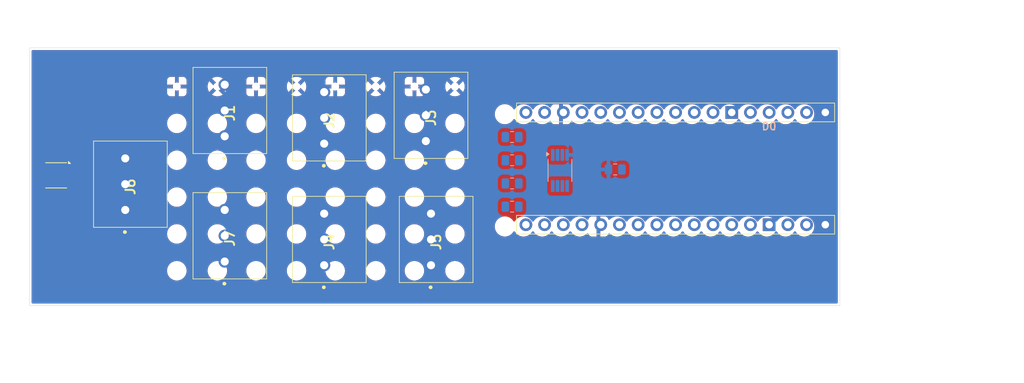
<source format=kicad_pcb>
(kicad_pcb (version 20241229) (generator "pcbnew") (generator_version "9.0")
  (title_block (title "SonTinh") (date "2025-03-25") (rev "1") (comment 4 "AISLER Project ID: URWGGPDU"))
  (layers (0 "F.Cu" signal) (2 "B.Cu" signal) (13 "F.Paste" user) (15 "B.Paste" user) (5 "F.SilkS" user "F.Silkscreen") (7 "B.SilkS" user "B.Silkscreen") (1 "F.Mask" user) (3 "B.Mask" user) (25 "Edge.Cuts" user))
  (net 0 "")
  (net 1 "/D0")
  (net 2 "/A0")
  (net 4 "/MOSI")
  (net 7 "/D7")
  (net 11 "/D1")
  (net 12 "GND")
  (net 14 "/SDA_5V")
  (net 16 "/MISO")
  (net 17 "/A1")
  (net 18 "/SS")
  (net 19 "/SCK")
  (net 21 "+5V")
  (net 29 "/SCL_5V")
  (net 30 "+3V3")
  (net 31 "/SCL_3V3")
  (net 33 "/SDA_3V3")
  (net 34 "+12V")
  (footprint "footprints:1752117" (layer "F.Cu") (at 80.8379 70.991 90)
    (property "Reference" "J4" (at 3.15 0.7 90) (layer "F.SilkS") (effects (font (size 1.27 1.27) (thickness 0.254))))
    (property "Value" "1752117" (hide yes))
    (fp_line (start 9.35 -4.3) (end 9.35 5.7) (stroke (width 0.1)) (layer "F.SilkS"))
    (fp_line (start -2.35 -4.3) (end 9.35 -4.3) (stroke (width 0.1)) (layer "F.SilkS"))
    (fp_line (start -3 -0.1) (end -3 -0.1) (stroke (width 0.4)) (layer "F.SilkS"))
    (fp_line (start -3 0) (end -3 0) (stroke (width 0.4)) (layer "F.SilkS"))
    (fp_line (start 9.35 5.7) (end -2.35 5.7) (stroke (width 0.1)) (layer "F.SilkS"))
    (fp_line (start -2.35 5.7) (end -2.35 -4.3) (stroke (width 0.1)) (layer "F.SilkS"))
    (fp_arc (start -3 -0.1) (mid -2.95 -0.05) (end -3 0) (stroke (width 0.4)) (layer "F.SilkS"))
    (fp_arc (start -3 0) (mid -3.05 -0.05) (end -3 -0.1) (stroke (width 0.4)) (layer "F.SilkS"))
    (pad "1" thru_hole circle (at 0 0 90) (size 1.65 1.65) (drill 1.1) (layers "*.Cu" "*.Mask"))
    (pad "2" thru_hole circle (at 3.5 0 90) (size 1.65 1.65) (drill 1.1) (layers "*.Cu" "*.Mask"))
    (pad "3" thru_hole circle (at 7 0 90) (size 1.65 1.65) (drill 1.1) (layers "*.Cu" "*.Mask"))
  )
  (footprint "footprints:1752117" (layer "F.Cu") (at 67.3379 53.491 90)
    (property "Reference" "J1" (at 3.15 0.7 90) (layer "F.SilkS") (effects (font (size 1.27 1.27) (thickness 0.254))))
    (property "Value" "1752117" (hide yes))
    (fp_line (start 9.35 -4.3) (end 9.35 5.7) (stroke (width 0.1)) (layer "F.SilkS"))
    (fp_line (start -2.35 -4.3) (end 9.35 -4.3) (stroke (width 0.1)) (layer "F.SilkS"))
    (fp_line (start -3 -0.1) (end -3 -0.1) (stroke (width 0.4)) (layer "F.SilkS"))
    (fp_line (start -3 0) (end -3 0) (stroke (width 0.4)) (layer "F.SilkS"))
    (fp_line (start 9.35 5.7) (end -2.35 5.7) (stroke (width 0.1)) (layer "F.SilkS"))
    (fp_line (start -2.35 5.7) (end -2.35 -4.3) (stroke (width 0.1)) (layer "F.SilkS"))
    (fp_arc (start -3 -0.1) (mid -2.95 -0.05) (end -3 0) (stroke (width 0.4)) (layer "F.SilkS"))
    (fp_arc (start -3 0) (mid -3.05 -0.05) (end -3 -0.1) (stroke (width 0.4)) (layer "F.SilkS"))
    (pad "1" thru_hole circle (at 0 0 90) (size 1.65 1.65) (drill 1.1) (layers "*.Cu" "*.Mask"))
    (pad "2" thru_hole circle (at 3.5 0 90) (size 1.65 1.65) (drill 1.1) (layers "*.Cu" "*.Mask"))
    (pad "3" thru_hole circle (at 7 0 90) (size 1.65 1.65) (drill 1.1) (layers "*.Cu" "*.Mask"))
  )
  (footprint "footprints:1752117" (layer "F.Cu") (at 80.8379 54.491 90)
    (property "Reference" "J2" (at 3.15 0.7 90) (layer "F.SilkS") (effects (font (size 1.27 1.27) (thickness 0.254))))
    (property "Value" "1752117" (hide yes))
    (fp_line (start 9.35 -4.3) (end 9.35 5.7) (stroke (width 0.1)) (layer "F.SilkS"))
    (fp_line (start -2.35 -4.3) (end 9.35 -4.3) (stroke (width 0.1)) (layer "F.SilkS"))
    (fp_line (start -3 -0.1) (end -3 -0.1) (stroke (width 0.4)) (layer "F.SilkS"))
    (fp_line (start -3 0) (end -3 0) (stroke (width 0.4)) (layer "F.SilkS"))
    (fp_line (start 9.35 5.7) (end -2.35 5.7) (stroke (width 0.1)) (layer "F.SilkS"))
    (fp_line (start -2.35 5.7) (end -2.35 -4.3) (stroke (width 0.1)) (layer "F.SilkS"))
    (fp_arc (start -3 -0.1) (mid -2.95 -0.05) (end -3 0) (stroke (width 0.4)) (layer "F.SilkS"))
    (fp_arc (start -3 0) (mid -3.05 -0.05) (end -3 -0.1) (stroke (width 0.4)) (layer "F.SilkS"))
    (pad "1" thru_hole circle (at 0 0 90) (size 1.65 1.65) (drill 1.1) (layers "*.Cu" "*.Mask"))
    (pad "2" thru_hole circle (at 3.5 0 90) (size 1.65 1.65) (drill 1.1) (layers "*.Cu" "*.Mask"))
    (pad "3" thru_hole circle (at 7 0 90) (size 1.65 1.65) (drill 1.1) (layers "*.Cu" "*.Mask"))
  )
  (footprint "footprints:Arduino_Micro_Socket" (layer "F.Cu") (at 104.2979 66.871)
    (property "Reference" "A1" (hide yes))
    (property "Value" "Arduino_Micro_Socket")
    (fp_rect (start 2.65 -17.89) (end 45.83 -15.35) (stroke (width 0.1)) (fill no) (layer "F.SilkS"))
    (fp_rect (start 2.65 -2.65) (end 45.83 -0.11) (stroke (width 0.1)) (fill no) (layer "F.SilkS"))
    (fp_text user "D0" (at 36.94 -14.715 0) (layer "F.SilkS"))
    (fp_text user "D0" (at 36.94 -14.715 0) (layer "B.SilkS") (effects (justify mirror)))
    (pad "" thru_hole oval (at 26.78 -1.38) (size 1.7272 1.7272) (drill 1.016) (layers "*.Cu" "*.Mask"))
    (pad "" thru_hole oval (at 29.32 -1.38) (size 1.7272 1.7272) (drill 1.016) (layers "*.Cu" "*.Mask"))
    (pad "3V3" thru_hole oval (at 6.46 -1.38) (size 1.7272 1.7272) (drill 1.016) (layers "*.Cu" "*.Mask") (net 30 "+3V3"))
    (pad "5V" thru_hole oval (at 31.86 -1.38) (size 1.7272 1.7272) (drill 1.016) (layers "*.Cu" "*.Mask") (net 21 "+5V"))
    (pad "A0" thru_hole oval (at 11.54 -1.38) (size 1.7272 1.7272) (drill 1.016) (layers "*.Cu" "*.Mask") (net 2 "/A0"))
    (pad "A1" thru_hole oval (at 14.08 -1.38) (size 1.7272 1.7272) (drill 1.016) (layers "*.Cu" "*.Mask") (net 17 "/A1"))
    (pad "A2" thru_hole oval (at 16.62 -1.38) (size 1.7272 1.7272) (drill 1.016) (layers "*.Cu" "*.Mask"))
    (pad "A3" thru_hole oval (at 19.16 -1.38) (size 1.7272 1.7272) (drill 1.016) (layers "*.Cu" "*.Mask"))
    (pad "A4" thru_hole oval (at 21.7 -1.38) (size 1.7272 1.7272) (drill 1.016) (layers "*.Cu" "*.Mask"))
    (pad "A5" thru_hole oval (at 24.24 -1.38) (size 1.7272 1.7272) (drill 1.016) (layers "*.Cu" "*.Mask"))
    (pad "AREF" thru_hole oval (at 9 -1.38) (size 1.7272 1.7272) (drill 1.016) (layers "*.Cu" "*.Mask"))
    (pad "D0" thru_hole oval (at 36.94 -16.62) (size 1.7272 1.7272) (drill 1.016) (layers "*.Cu" "*.Mask") (net 1 "/D0"))
    (pad "D1" thru_hole oval (at 39.48 -16.62) (size 1.7272 1.7272) (drill 1.016) (layers "*.Cu" "*.Mask") (net 11 "/D1"))
    (pad "D2" thru_hole oval (at 29.32 -16.62) (size 1.7272 1.7272) (drill 1.016) (layers "*.Cu" "*.Mask") (net 14 "/SDA_5V"))
    (pad "D3" thru_hole oval (at 26.78 -16.62) (size 1.7272 1.7272) (drill 1.016) (layers "*.Cu" "*.Mask") (net 29 "/SCL_5V"))
    (pad "D4" thru_hole oval (at 24.24 -16.62) (size 1.7272 1.7272) (drill 1.016) (layers "*.Cu" "*.Mask"))
    (pad "D5" thru_hole oval (at 21.7 -16.62) (size 1.7272 1.7272) (drill 1.016) (layers "*.Cu" "*.Mask"))
    (pad "D6" thru_hole oval (at 19.16 -16.62) (size 1.7272 1.7272) (drill 1.016) (layers "*.Cu" "*.Mask"))
    (pad "D7" thru_hole oval (at 16.62 -16.62) (size 1.7272 1.7272) (drill 1.016) (layers "*.Cu" "*.Mask") (net 7 "/D7"))
    (pad "D8" thru_hole oval (at 14.08 -16.62) (size 1.7272 1.7272) (drill 1.016) (layers "*.Cu" "*.Mask"))
    (pad "D9" thru_hole oval (at 11.54 -16.62) (size 1.7272 1.7272) (drill 1.016) (layers "*.Cu" "*.Mask"))
    (pad "D10" thru_hole oval (at 9 -16.62) (size 1.7272 1.7272) (drill 1.016) (layers "*.Cu" "*.Mask"))
    (pad "D11" thru_hole oval (at 6.46 -16.62) (size 1.7272 1.7272) (drill 1.016) (layers "*.Cu" "*.Mask"))
    (pad "D12" thru_hole oval (at 3.92 -16.62) (size 1.7272 1.7272) (drill 1.016) (layers "*.Cu" "*.Mask"))
    (pad "D13" thru_hole oval (at 3.92 -1.38) (size 1.7272 1.7272) (drill 1.016) (layers "*.Cu" "*.Mask"))
    (pad "GND1" thru_hole rect (at 36.94 -1.38) (size 1.7272 1.7272) (drill 1.016) (layers "*.Cu" "*.Mask") (net 12 "GND"))
    (pad "GND2" thru_hole rect (at 31.86 -16.62) (size 1.7272 1.7272) (drill 1.016) (layers "*.Cu" "*.Mask") (net 12 "GND"))
    (pad "MISO" thru_hole oval (at 42.02 -1.38) (size 1.7272 1.7272) (drill 1.016) (layers "*.Cu" "*.Mask") (net 16 "/MISO"))
    (pad "MOSI" thru_hole circle (at 44.56 -16.62) (size 1.7272 1.7272) (drill 1.016) (layers "*.Cu" "*.Mask") (net 4 "/MOSI"))
    (pad "RST1" thru_hole oval (at 34.4 -1.38) (size 1.7272 1.7272) (drill 1.016) (layers "*.Cu" "*.Mask"))
    (pad "RST2" thru_hole oval (at 34.4 -16.62) (size 1.7272 1.7272) (drill 1.016) (layers "*.Cu" "*.Mask"))
    (pad "SCK" thru_hole oval (at 44.56 -1.38) (size 1.7272 1.7272) (drill 1.016) (layers "*.Cu" "*.Mask") (net 19 "/SCK"))
    (pad "SS" thru_hole oval (at 42.02 -16.62) (size 1.7272 1.7272) (drill 1.016) (layers "*.Cu" "*.Mask") (net 18 "/SS"))
    (pad "VIN" thru_hole oval (at 39.48 -1.38) (size 1.7272 1.7272) (drill 1.016) (layers "*.Cu" "*.Mask") (net 34 "+12V"))
  )
  (footprint "footprints:1752117" (layer "F.Cu") (at 67.3379 70.491 90)
    (property "Reference" "J7" (at 3.15 0.7 90) (layer "F.SilkS") (effects (font (size 1.27 1.27) (thickness 0.254))))
    (property "Value" "1752117" (hide yes))
    (fp_line (start 9.35 -4.3) (end 9.35 5.7) (stroke (width 0.1)) (layer "F.SilkS"))
    (fp_line (start -2.35 -4.3) (end 9.35 -4.3) (stroke (width 0.1)) (layer "F.SilkS"))
    (fp_line (start -3 -0.1) (end -3 -0.1) (stroke (width 0.4)) (layer "F.SilkS"))
    (fp_line (start -3 0) (end -3 0) (stroke (width 0.4)) (layer "F.SilkS"))
    (fp_line (start 9.35 5.7) (end -2.35 5.7) (stroke (width 0.1)) (layer "F.SilkS"))
    (fp_line (start -2.35 5.7) (end -2.35 -4.3) (stroke (width 0.1)) (layer "F.SilkS"))
    (fp_arc (start -3 -0.1) (mid -2.95 -0.05) (end -3 0) (stroke (width 0.4)) (layer "F.SilkS"))
    (fp_arc (start -3 0) (mid -3.05 -0.05) (end -3 -0.1) (stroke (width 0.4)) (layer "F.SilkS"))
    (pad "1" thru_hole circle (at 0 0 90) (size 1.65 1.65) (drill 1.1) (layers "*.Cu" "*.Mask"))
    (pad "2" thru_hole circle (at 3.5 0 90) (size 1.65 1.65) (drill 1.1) (layers "*.Cu" "*.Mask"))
    (pad "3" thru_hole circle (at 7 0 90) (size 1.65 1.65) (drill 1.1) (layers "*.Cu" "*.Mask"))
  )
  (footprint "footprints:1752117" (layer "F.Cu") (at 95.3379 70.991 90)
    (property "Reference" "J5" (at 3.15 0.7 90) (layer "F.SilkS") (effects (font (size 1.27 1.27) (thickness 0.254))))
    (property "Value" "1752117" (hide yes))
    (fp_line (start 9.35 -4.3) (end 9.35 5.7) (stroke (width 0.1)) (layer "F.SilkS"))
    (fp_line (start -2.35 -4.3) (end 9.35 -4.3) (stroke (width 0.1)) (layer "F.SilkS"))
    (fp_line (start -3 -0.1) (end -3 -0.1) (stroke (width 0.4)) (layer "F.SilkS"))
    (fp_line (start -3 0) (end -3 0) (stroke (width 0.4)) (layer "F.SilkS"))
    (fp_line (start 9.35 5.7) (end -2.35 5.7) (stroke (width 0.1)) (layer "F.SilkS"))
    (fp_line (start -2.35 5.7) (end -2.35 -4.3) (stroke (width 0.1)) (layer "F.SilkS"))
    (fp_arc (start -3 -0.1) (mid -2.95 -0.05) (end -3 0) (stroke (width 0.4)) (layer "F.SilkS"))
    (fp_arc (start -3 0) (mid -3.05 -0.05) (end -3 -0.1) (stroke (width 0.4)) (layer "F.SilkS"))
    (pad "1" thru_hole circle (at 0 0 90) (size 1.65 1.65) (drill 1.1) (layers "*.Cu" "*.Mask"))
    (pad "2" thru_hole circle (at 3.5 0 90) (size 1.65 1.65) (drill 1.1) (layers "*.Cu" "*.Mask"))
    (pad "3" thru_hole circle (at 7 0 90) (size 1.65 1.65) (drill 1.1) (layers "*.Cu" "*.Mask"))
  )
  (footprint "Package_LGA:Bosch_LGA-8_3x3mm_P0.8mm_ClockwisePinNumbering" (layer "F.Cu") (at 44.5254 58.791 -90)
    (property "Reference" "U1" (hide yes))
    (property "Value" "BME680")
    (fp_line (start -1.71 -1.36) (end -1.71 1.5) (stroke (width 0.12)) (layer "F.SilkS"))
    (fp_line (start 1.71 -1.36) (end 1.71 1.5) (stroke (width 0.12)) (layer "F.SilkS"))
    (fp_poly (pts (xy -1.6 -1.6) (xy -1.88 -1.6) (xy -1.6 -1.88) (xy -1.6 -1.6)) (stroke (width 0.12)) (fill yes) (layer "F.SilkS"))
    (pad "1" smd roundrect (at -1.2 -1.1875 270) (size 0.5 0.525) (layers "F.Cu" "F.Mask" "F.Paste") (net 12 "GND"))
    (pad "2" smd roundrect (at -0.4 -1.1875 270) (size 0.5 0.525) (layers "F.Cu" "F.Mask" "F.Paste") (net 30 "+3V3"))
    (pad "3" smd roundrect (at 0.4 -1.1875 270) (size 0.5 0.525) (layers "F.Cu" "F.Mask" "F.Paste") (net 33 "/SDA_3V3"))
    (pad "4" smd roundrect (at 1.2 -1.1875 270) (size 0.5 0.525) (layers "F.Cu" "F.Mask" "F.Paste") (net 31 "/SCL_3V3"))
    (pad "5" smd roundrect (at 1.2 1.1875 270) (size 0.5 0.525) (layers "F.Cu" "F.Mask" "F.Paste") (net 12 "GND"))
    (pad "6" smd roundrect (at 0.4 1.1875 270) (size 0.5 0.525) (layers "F.Cu" "F.Mask" "F.Paste") (net 30 "+3V3"))
    (pad "7" smd roundrect (at -0.4 1.1875 270) (size 0.5 0.525) (layers "F.Cu" "F.Mask" "F.Paste") (net 12 "GND"))
    (pad "8" smd roundrect (at -1.2 1.1875 270) (size 0.5 0.525) (layers "F.Cu" "F.Mask" "F.Paste") (net 30 "+3V3"))
  )
  (footprint "footprints:1752117" (layer "F.Cu") (at 94.6379 54.141 90)
    (property "Reference" "J3" (at 3.15 0.7 90) (layer "F.SilkS") (effects (font (size 1.27 1.27) (thickness 0.254))))
    (property "Value" "1752117" (hide yes))
    (fp_line (start 9.35 -4.3) (end 9.35 5.7) (stroke (width 0.1)) (layer "F.SilkS"))
    (fp_line (start -2.35 -4.3) (end 9.35 -4.3) (stroke (width 0.1)) (layer "F.SilkS"))
    (fp_line (start -3 -0.1) (end -3 -0.1) (stroke (width 0.4)) (layer "F.SilkS"))
    (fp_line (start -3 0) (end -3 0) (stroke (width 0.4)) (layer "F.SilkS"))
    (fp_line (start 9.35 5.7) (end -2.35 5.7) (stroke (width 0.1)) (layer "F.SilkS"))
    (fp_line (start -2.35 5.7) (end -2.35 -4.3) (stroke (width 0.1)) (layer "F.SilkS"))
    (fp_arc (start -3 -0.1) (mid -2.95 -0.05) (end -3 0) (stroke (width 0.4)) (layer "F.SilkS"))
    (fp_arc (start -3 0) (mid -3.05 -0.05) (end -3 -0.1) (stroke (width 0.4)) (layer "F.SilkS"))
    (pad "1" thru_hole circle (at 0 0 90) (size 1.65 1.65) (drill 1.1) (layers "*.Cu" "*.Mask"))
    (pad "2" thru_hole circle (at 3.5 0 90) (size 1.65 1.65) (drill 1.1) (layers "*.Cu" "*.Mask"))
    (pad "3" thru_hole circle (at 7 0 90) (size 1.65 1.65) (drill 1.1) (layers "*.Cu" "*.Mask"))
  )
  (footprint "footprints:1752117" (layer "F.Cu") (at 53.8379 63.491 90)
    (property "Reference" "J6" (at 3.15 0.7 90) (layer "F.SilkS") (effects (font (size 1.27 1.27) (thickness 0.254))))
    (property "Value" "1752117" (hide yes))
    (fp_line (start 9.35 -4.3) (end 9.35 5.7) (stroke (width 0.1)) (layer "F.SilkS"))
    (fp_line (start -2.35 -4.3) (end 9.35 -4.3) (stroke (width 0.1)) (layer "F.SilkS"))
    (fp_line (start -3 -0.1) (end -3 -0.1) (stroke (width 0.4)) (layer "F.SilkS"))
    (fp_line (start -3 0) (end -3 0) (stroke (width 0.4)) (layer "F.SilkS"))
    (fp_line (start 9.35 5.7) (end -2.35 5.7) (stroke (width 0.1)) (layer "F.SilkS"))
    (fp_line (start -2.35 5.7) (end -2.35 -4.3) (stroke (width 0.1)) (layer "F.SilkS"))
    (fp_arc (start -3 -0.1) (mid -2.95 -0.05) (end -3 0) (stroke (width 0.4)) (layer "F.SilkS"))
    (fp_arc (start -3 0) (mid -3.05 -0.05) (end -3 -0.1) (stroke (width 0.4)) (layer "F.SilkS"))
    (pad "1" thru_hole circle (at 0 0 90) (size 1.65 1.65) (drill 1.1) (layers "*.Cu" "*.Mask"))
    (pad "2" thru_hole circle (at 3.5 0 90) (size 1.65 1.65) (drill 1.1) (layers "*.Cu" "*.Mask"))
    (pad "3" thru_hole circle (at 7 0 90) (size 1.65 1.65) (drill 1.1) (layers "*.Cu" "*.Mask"))
  )
  (footprint "Resistor_SMD:R_0805_2012Metric" (layer "B.Cu") (at 106.3379 56.741 180)
    (property "Reference" "R16" (hide yes))
    (property "Value" "10k")
    (fp_line (start -0.227064 0.735) (end 0.227064 0.735) (stroke (width 0.12)) (layer "B.SilkS"))
    (fp_line (start -0.227064 -0.735) (end 0.227064 -0.735) (stroke (width 0.12)) (layer "B.SilkS"))
    (pad "1" smd roundrect (at -0.9125 0 180) (size 1.025 1.4) (layers "B.Cu" "B.Mask" "B.Paste") (roundrect_rratio 0.243902) (net 30 "+3V3"))
    (pad "2" smd roundrect (at 0.9125 0 180) (size 1.025 1.4) (layers "B.Cu" "B.Mask" "B.Paste") (roundrect_rratio 0.243902) (net 33 "/SDA_3V3"))
  )
  (footprint "Resistor_SMD:R_0805_2012Metric" (layer "B.Cu") (at 120.3379 57.991 180)
    (property "Reference" "R13" (hide yes))
    (property "Value" "100k" (hide yes))
    (fp_line (start -0.227064 0.735) (end 0.227064 0.735) (stroke (width 0.12)) (layer "B.SilkS"))
    (fp_line (start -0.227064 -0.735) (end 0.227064 -0.735) (stroke (width 0.12)) (layer "B.SilkS"))
    (pad "1" smd roundrect (at -0.9125 0 180) (size 1.025 1.4) (layers "B.Cu" "B.Mask" "B.Paste") (roundrect_rratio 0.243902) (net 7 "/D7"))
    (pad "2" smd roundrect (at 0.9125 0 180) (size 1.025 1.4) (layers "B.Cu" "B.Mask" "B.Paste") (roundrect_rratio 0.243902) (net 12 "GND"))
  )
  (footprint "Resistor_SMD:R_0805_2012Metric" (layer "B.Cu") (at 106.3379 63.041)
    (property "Reference" "R14" (hide yes))
    (property "Value" "10k")
    (fp_line (start -0.227064 -0.735) (end 0.227064 -0.735) (stroke (width 0.12)) (layer "B.SilkS"))
    (fp_line (start -0.227064 0.735) (end 0.227064 0.735) (stroke (width 0.12)) (layer "B.SilkS"))
    (pad "1" smd roundrect (at -0.9125 0) (size 1.025 1.4) (layers "B.Cu" "B.Mask" "B.Paste") (roundrect_rratio 0.243902) (net 29 "/SCL_5V"))
    (pad "2" smd roundrect (at 0.9125 0) (size 1.025 1.4) (layers "B.Cu" "B.Mask" "B.Paste") (roundrect_rratio 0.243902) (net 21 "+5V"))
  )
  (footprint "Resistor_SMD:R_0805_2012Metric" (layer "B.Cu") (at 106.3379 59.891)
    (property "Reference" "R15" (hide yes))
    (property "Value" "10k")
    (fp_line (start -0.227064 -0.735) (end 0.227064 -0.735) (stroke (width 0.12)) (layer "B.SilkS"))
    (fp_line (start -0.227064 0.735) (end 0.227064 0.735) (stroke (width 0.12)) (layer "B.SilkS"))
    (pad "1" smd roundrect (at -0.9125 0) (size 1.025 1.4) (layers "B.Cu" "B.Mask" "B.Paste") (roundrect_rratio 0.243902) (net 14 "/SDA_5V"))
    (pad "2" smd roundrect (at 0.9125 0) (size 1.025 1.4) (layers "B.Cu" "B.Mask" "B.Paste") (roundrect_rratio 0.243902) (net 21 "+5V"))
  )
  (footprint "Resistor_SMD:R_0805_2012Metric" (layer "B.Cu") (at 106.3379 53.591)
    (property "Reference" "R17" (hide yes))
    (property "Value" "10k")
    (fp_line (start -0.227064 -0.735) (end 0.227064 -0.735) (stroke (width 0.12)) (layer "B.SilkS"))
    (fp_line (start -0.227064 0.735) (end 0.227064 0.735) (stroke (width 0.12)) (layer "B.SilkS"))
    (pad "1" smd roundrect (at -0.9125 0) (size 1.025 1.4) (layers "B.Cu" "B.Mask" "B.Paste") (roundrect_rratio 0.243902) (net 31 "/SCL_3V3"))
    (pad "2" smd roundrect (at 0.9125 0) (size 1.025 1.4) (layers "B.Cu" "B.Mask" "B.Paste") (roundrect_rratio 0.243902) (net 30 "+3V3"))
  )
  (footprint "Package_SO:VSSOP-8_3x3mm_P0.65mm" (layer "B.Cu") (at 112.8379 58.128 -90)
    (property "Reference" "U2" (hide yes))
    (property "Value" "TCA9517ADGK")
    (fp_line (start 0 1.61) (end -1.5 1.61) (stroke (width 0.12)) (layer "B.SilkS"))
    (fp_line (start 0 1.61) (end 1.5 1.61) (stroke (width 0.12)) (layer "B.SilkS"))
    (fp_line (start 0 -1.61) (end -1.5 -1.61) (stroke (width 0.12)) (layer "B.SilkS"))
    (fp_line (start 0 -1.61) (end 1.5 -1.61) (stroke (width 0.12)) (layer "B.SilkS"))
    (fp_poly (pts (xy -2.2125 1.485) (xy -2.4525 1.815) (xy -1.9725 1.815) (xy -2.2125 1.485)) (stroke (width 0.12)) (fill yes) (layer "B.SilkS"))
    (pad "1" smd roundrect (at -2.1125 0.975 270) (size 1.625 0.5) (layers "B.Cu" "B.Mask" "B.Paste") (net 30 "+3V3"))
    (pad "2" smd roundrect (at -2.1125 0.325 270) (size 1.625 0.5) (layers "B.Cu" "B.Mask" "B.Paste") (net 31 "/SCL_3V3"))
    (pad "3" smd roundrect (at -2.1125 -0.325 270) (size 1.625 0.5) (layers "B.Cu" "B.Mask" "B.Paste") (net 33 "/SDA_3V3"))
    (pad "4" smd roundrect (at -2.1125 -0.975 270) (size 1.625 0.5) (layers "B.Cu" "B.Mask" "B.Paste") (net 12 "GND"))
    (pad "5" smd roundrect (at 2.1125 -0.975 270) (size 1.625 0.5) (layers "B.Cu" "B.Mask" "B.Paste"))
    (pad "6" smd roundrect (at 2.1125 -0.325 270) (size 1.625 0.5) (layers "B.Cu" "B.Mask" "B.Paste") (net 14 "/SDA_5V"))
    (pad "7" smd roundrect (at 2.1125 0.325 270) (size 1.625 0.5) (layers "B.Cu" "B.Mask" "B.Paste") (net 29 "/SCL_5V"))
    (pad "8" smd roundrect (at 2.1125 0.975 270) (size 1.625 0.5) (layers "B.Cu" "B.Mask" "B.Paste") (net 21 "+5V"))
  )
  (gr_rect (start 40.8379 41.491) (end 150.8379 76.491) (stroke (width 0.05)) (fill no) (layer "Edge.Cuts"))
  (zone (net 12) (net_name "GND") (layers "F.Cu" "B.Cu") (connect_pads (clearance 0.5)) (min_thickness 0.25) (fill yes (thermal_gap 0.5) (thermal_bridge_width 0.5))
    (polygon (pts (xy 175.8379 34.991) (xy 175.8379 85.991) (xy 174.8379 86.991) (xy 36.8379 86.991) (xy 36.8379 34.991)))
  )
)
</source>
